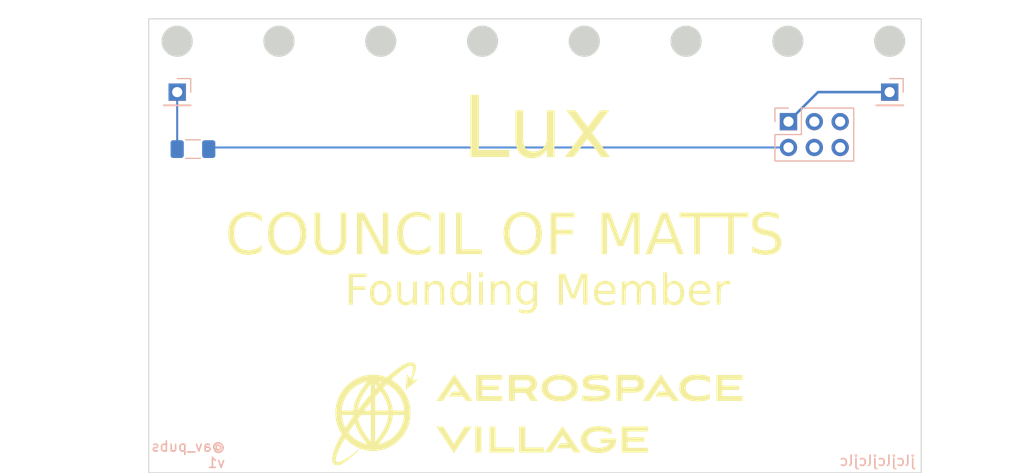
<source format=kicad_pcb>
(kicad_pcb (version 20220621) (generator pcbnew)
  (layers (0 "F.Cu" signal) (31 "B.Cu" signal) (34 "B.Paste" user) (35 "F.Paste" user) (36 "B.SilkS" user "B.Silkscreen") (37 "F.SilkS" user "F.Silkscreen") (38 "B.Mask" user) (39 "F.Mask" user) (44 "Edge.Cuts" user))
  (net 0 "")
  (footprint "Connector_PinHeader_2.54mm:PinHeader_2x03_P2.54mm_Vertical" (layer "B.Cu") (at 128.06 68.9 -90)
    (fp_text reference "REF**" hide)
    (fp_text value "PinHeader_2x03_P2.54mm_Vertical")
  )
  (footprint "Connector_PinHeader_2.54mm:PinHeader_1x01_P2.54mm_Vertical" (layer "B.Cu") (at 68 66 180)
    (fp_text reference "REF**" hide)
    (fp_text value "PinHeader_1x01_P2.54mm_Vertical")
  )
  (footprint "Resistor_SMD:R_1206_3216Metric_Pad1.30x1.75mm_HandSolder" (layer "B.Cu") (at 69.55 71.6 180)
    (fp_text reference "REF**" hide)
    (fp_text value "R_1206_3216Metric_Pad1.30x1.75mm_HandSolder")
  )
  (footprint "Connector_PinHeader_2.54mm:PinHeader_1x01_P2.54mm_Vertical" (layer "B.Cu") (at 138 66 180)
    (fp_text reference "REF**" hide)
    (fp_text value "PinHeader_1x01_P2.54mm_Vertical")
  )
  (gr_poly (pts (xy 85.964983 97.803052) (xy 85.894623 97.897778) (xy 85.824683 97.9928) (xy 85.755216 98.08805) (xy 85.75385 98.082507) (xy 85.720527 97.897981) (xy 85.720331 97.896716) (xy 85.720165 97.895517) (xy 85.699268 97.708614) (xy 86.035764 97.708614)) (stroke (width 0.04)) (fill solid) (layer "F.SilkS"))
  (gr_poly (pts (xy 112.975377 93.807647) (xy 113.03898 93.81158) (xy 113.100014 93.818016) (xy 113.15851 93.826858) (xy 113.214502 93.838009) (xy 113.268022 93.851371) (xy 113.319103 93.866848) (xy 113.367777 93.884342) (xy 113.414078 93.903756) (xy 113.458039 93.924993) (xy 113.499691 93.947956) (xy 113.539068 93.972547) (xy 113.576203 93.998669) (xy 113.611128 94.026225) (xy 113.643876 94.055119) (xy 113.674479 94.085252) (xy 113.702971 94.116528) (xy 113.729385 94.148849) (xy 113.753752 94.182118) (xy 113.776106 94.216238) (xy 113.79648 94.251112) (xy 113.814905 94.286643) (xy 113.831416 94.322733) (xy 113.846045 94.359286) (xy 113.858824 94.396203) (xy 113.869786 94.433389) (xy 113.878964 94.470745) (xy 113.886391 94.508175) (xy 113.896122 94.582866) (xy 113.899241 94.656686) (xy 113.896035 94.730558) (xy 113.886239 94.805401) (xy 113.869589 94.880422) (xy 113.84582 94.95483) (xy 113.81467 95.027833) (xy 113.796243 95.06356) (xy 113.775872 95.09864) (xy 113.753523 95.132973) (xy 113.729163 95.16646) (xy 113.70276 95.199002) (xy 113.674279 95.230501) (xy 113.643689 95.260857) (xy 113.610955 95.289971) (xy 113.576046 95.317746) (xy 113.538927 95.34408) (xy 113.499566 95.368877) (xy 113.45793 95.392036) (xy 113.413986 95.413459) (xy 113.367701 95.433048) (xy 113.319042 95.450702) (xy 113.267975 95.466323) (xy 113.214468 95.479812) (xy 113.158487 95.491071) (xy 113.1 95.5) (xy 113.038974 95.5065) (xy 112.975375 95.510473) (xy 112.90917 95.511819) (xy 111.728599 95.511819) (xy 111.728599 96.317211) (xy 111.183558 96.317211) (xy 111.183558 95.036627) (xy 111.729129 95.036627) (xy 112.794339 95.036627) (xy 112.834999 95.036019) (xy 112.873572 95.034227) (xy 112.910111 95.031294) (xy 112.944666 95.027269) (xy 112.977291 95.022195) (xy 113.008038 95.01612) (xy 113.036958 95.009089) (xy 113.064105 95.001148) (xy 113.089531 94.992343) (xy 113.113287 94.982719) (xy 113.135426 94.972323) (xy 113.155999 94.961199) (xy 113.175061 94.949395) (xy 113.192661 94.936956) (xy 113.208854 94.923927) (xy 113.22369 94.910355) (xy 113.237223 94.896285) (xy 113.249504 94.881763) (xy 113.260586 94.866836) (xy 113.270521 94.851548) (xy 113.279361 94.835946) (xy 113.287158 94.820075) (xy 113.293964 94.803982) (xy 113.299833 94.787712) (xy 113.304815 94.771311) (xy 113.308964 94.754825) (xy 113.314969 94.72178) (xy 113.318266 94.688945) (xy 113.319272 94.656686) (xy 113.318266 94.625265) (xy 113.314969 94.593163) (xy 113.308964 94.560754) (xy 113.299833 94.528412) (xy 113.287158 94.496511) (xy 113.270521 94.465423) (xy 113.260586 94.450301) (xy 113.249504 94.435523) (xy 113.237223 94.421135) (xy 113.22369 94.407184) (xy 113.208854 94.393716) (xy 113.192661 94.380779) (xy 113.175061 94.368419) (xy 113.155999 94.356683) (xy 113.135426 94.345618) (xy 113.113287 94.335269) (xy 113.089531 94.325685) (xy 113.064105 94.316911) (xy 113.036958 94.308994) (xy 113.008038 94.301982) (xy 112.977291 94.29592) (xy 112.944666 94.290856) (xy 112.910111 94.286835) (xy 112.873572 94.283906) (xy 112.834999 94.282114) (xy 112.794339 94.281506) (xy 111.729129 94.281506) (xy 111.729129 95.036627) (xy 111.183558 95.036627) (xy 111.183558 93.806315) (xy 112.90917 93.806315)) (stroke (width 0.04)) (fill solid) (layer "F.SilkS"))
  (gr_poly (pts (xy 102.175025 100.926252) (xy 104.005413 100.926252) (xy 104.005413 101.396153) (xy 101.629983 101.396153) (xy 101.629983 98.885256) (xy 102.175025 98.885256)) (stroke (width 0.04)) (fill solid) (layer "F.SilkS"))
  (gr_poly (pts (xy 96.982842 96.317211) (xy 96.372713 96.317211) (xy 96.092254 95.891761) (xy 94.725946 95.891761) (xy 95.018575 95.446731) (xy 95.802271 95.446731) (xy 95.242413 94.591598) (xy 94.682025 95.446731) (xy 94.682554 95.446731) (xy 94.389925 95.891761) (xy 94.38675 95.891761) (xy 94.111583 96.317211) (xy 93.501454 96.317211) (xy 95.242413 93.766098)) (stroke (width 0.04)) (fill solid) (layer "F.SilkS"))
  (gr_poly (pts (xy 109.501694 98.846205) (xy 109.589622 98.849679) (xy 109.676654 98.855424) (xy 109.762695 98.863403) (xy 109.847651 98.873581) (xy 109.931427 98.885921) (xy 110.013929 98.900386) (xy 110.095062 98.91694) (xy 110.174731 98.935547) (xy 110.252842 98.95617) (xy 110.329301 98.978772) (xy 110.404013 99.003318) (xy 110.476883 99.029771) (xy 110.547816 99.058094) (xy 110.616719 99.088251) (xy 110.683496 99.120206) (xy 110.683496 99.605452) (xy 110.550297 99.545158) (xy 110.412447 99.488919) (xy 110.341502 99.462705) (xy 110.269065 99.437964) (xy 110.195024 99.414852) (xy 110.119271 99.393521) (xy 110.041694 99.374124) (xy 109.962184 99.356816) (xy 109.880631 99.341749) (xy 109.796925 99.329078) (xy 109.710955 99.318955) (xy 109.622612 99.311535) (xy 109.531785 99.30697) (xy 109.438365 99.305414) (xy 109.341155 99.307648) (xy 109.241611 99.314603) (xy 109.140919 99.326661) (xy 109.040267 99.344201) (xy 108.940843 99.367604) (xy 108.891963 99.381623) (xy 108.843834 99.39725) (xy 108.796607 99.414534) (xy 108.750429 99.433522) (xy 108.705448 99.454261) (xy 108.661813 99.476798) (xy 108.619673 99.501182) (xy 108.579176 99.52746) (xy 108.54047 99.555679) (xy 108.503704 99.585888) (xy 108.469026 99.618133) (xy 108.436585 99.652463) (xy 108.406529 99.688924) (xy 108.379006 99.727565) (xy 108.354166 99.768433) (xy 108.332156 99.811576) (xy 108.313125 99.85704) (xy 108.297221 99.904874) (xy 108.284593 99.955126) (xy 108.275389 100.007843) (xy 108.269758 100.063071) (xy 108.267848 100.12086) (xy 108.269288 100.170369) (xy 108.273568 100.218574) (xy 108.280631 100.265456) (xy 108.290417 100.311) (xy 108.302869 100.355186) (xy 108.317927 100.397998) (xy 108.335534 100.439418) (xy 108.355632 100.479428) (xy 108.37816 100.518012) (xy 108.403062 100.555151) (xy 108.430279 100.590827) (xy 108.459752 100.625024) (xy 108.491423 100.657724) (xy 108.525234 100.688909) (xy 108.561126 100.718562) (xy 108.59904 100.746665) (xy 108.638918 100.773201) (xy 108.680703 100.798152) (xy 108.769755 100.843229) (xy 108.86573 100.881756) (xy 108.968159 100.913592) (xy 109.076575 100.938598) (xy 109.190512 100.956634) (xy 109.309501 100.967558) (xy 109.433075 100.97123) (xy 109.507382 100.969839) (xy 109.583633 100.965512) (xy 109.661188 100.958013) (xy 109.739412 100.947112) (xy 109.817667 100.932573) (xy 109.895316 100.914164) (xy 109.971722 100.891651) (xy 110.046247 100.864802) (xy 110.082605 100.849678) (xy 110.118254 100.833382) (xy 110.153114 100.815885) (xy 110.187106 100.797158) (xy 110.22015 100.777172) (xy 110.252167 100.755898) (xy 110.283076 100.733306) (xy 110.312798 100.709367) (xy 110.341254 100.684053) (xy 110.368363 100.657333) (xy 110.394047 100.629179) (xy 110.418224 100.599562) (xy 110.440817 100.568453) (xy 110.461745 100.535821) (xy 110.480928 100.501639) (xy 110.498288 100.465876) (xy 109.633098 100.465876) (xy 109.633098 100.060534) (xy 111.108415 100.060534) (xy 111.108642 100.076794) (xy 111.109242 100.092185) (xy 111.11106 100.122447) (xy 111.112031 100.138359) (xy 111.112879 100.155487) (xy 111.113478 100.174351) (xy 111.113705 100.195472) (xy 111.111367 100.270804) (xy 111.104439 100.343896) (xy 111.093051 100.414739) (xy 111.07733 100.483323) (xy 111.057408 100.549638) (xy 111.033411 100.613673) (xy 111.005471 100.675419) (xy 110.973716 100.734866) (xy 110.938275 100.792004) (xy 110.899277 100.846823) (xy 110.856852 100.899313) (xy 110.811129 100.949463) (xy 110.762236 100.997264) (xy 110.710303 101.042707) (xy 110.65546 101.08578) (xy 110.597834 101.126474) (xy 110.474755 101.200686) (xy 110.342099 101.265262) (xy 110.2009 101.320122) (xy 110.05219 101.365187) (xy 109.897003 101.400376) (xy 109.736372 101.42561) (xy 109.57133 101.440809) (xy 109.402911 101.445893) (xy 109.317479 101.444533) (xy 109.232815 101.440463) (xy 109.149049 101.433699) (xy 109.066306 101.424256) (xy 108.984715 101.41215) (xy 108.904403 101.397397) (xy 108.825497 101.380012) (xy 108.748125 101.360011) (xy 108.672414 101.337409) (xy 108.598491 101.312222) (xy 108.526485 101.284466) (xy 108.456522 101.254156) (xy 108.388729 101.221308) (xy 108.323235 101.185937) (xy 108.260167 101.148059) (xy 108.199651 101.10769) (xy 108.141816 101.064844) (xy 108.086789 101.019539) (xy 108.034698 100.971789) (xy 107.985669 100.92161) (xy 107.93983 100.869018) (xy 107.897308 100.814027) (xy 107.858232 100.756655) (xy 107.822728 100.696916) (xy 107.790923 100.634826) (xy 107.762946 100.5704) (xy 107.738924 100.503655) (xy 107.718983 100.434605) (xy 107.703252 100.363267) (xy 107.691858 100.289656) (xy 107.684928 100.213787) (xy 107.68259 100.135677) (xy 107.685069 100.054084) (xy 107.692407 99.97529) (xy 107.704449 99.899281) (xy 107.721043 99.826043) (xy 107.742036 99.755563) (xy 107.767275 99.687826) (xy 107.796607 99.62282) (xy 107.82988 99.560531) (xy 107.86694 99.500944) (xy 107.907634 99.444047) (xy 107.95181 99.389825) (xy 107.999314 99.338265) (xy 108.049995 99.289354) (xy 108.103698 99.243077) (xy 108.160271 99.199421) (xy 108.219561 99.158372) (xy 108.345682 99.084042) (xy 108.480835 99.019978) (xy 108.6238 98.966069) (xy 108.773351 98.922207) (xy 108.928267 98.888282) (xy 109.087323 98.864186) (xy 109.249297 98.849808) (xy 109.412965 98.845039)) (stroke (width 0.04)) (fill solid) (layer "F.SilkS"))
  (gr_poly (pts (xy 117.271091 96.317211) (xy 116.66096 96.317211) (xy 116.380502 95.891761) (xy 115.008903 95.891761) (xy 115.30153 95.446731) (xy 116.09052 95.446731) (xy 115.530661 94.591598) (xy 114.400361 96.317211) (xy 113.789702 96.317211) (xy 115.530661 93.766098)) (stroke (width 0.04)) (fill solid) (layer "F.SilkS"))
  (gr_poly (pts (xy 97.858083 101.396153) (xy 97.313041 101.396153) (xy 97.313041 98.885256) (xy 97.858083 98.885256)) (stroke (width 0.04)) (fill solid) (layer "F.SilkS"))
  (gr_poly (pts (xy 95.192142 100.585998) (xy 96.252592 98.885256) (xy 96.892884 98.885256) (xy 95.192142 101.446422) (xy 93.501454 98.885256) (xy 94.147038 98.885256)) (stroke (width 0.04)) (fill solid) (layer "F.SilkS"))
  (gr_poly (pts (xy 102.395747 93.807676) (xy 102.459351 93.811693) (xy 102.520384 93.818265) (xy 102.578881 93.82729) (xy 102.634874 93.838669) (xy 102.688395 93.852299) (xy 102.739478 93.868081) (xy 102.788155 93.885913) (xy 102.83446 93.905695) (xy 102.878425 93.927325) (xy 102.920083 93.950703) (xy 102.959466 93.975728) (xy 102.996608 94.002299) (xy 103.031542 94.030315) (xy 103.0643 94.059675) (xy 103.094915 94.090279) (xy 103.12342 94.122025) (xy 103.149849 94.154813) (xy 103.174232 94.188542) (xy 103.196605 94.223111) (xy 103.216999 94.258419) (xy 103.235447 94.294365) (xy 103.251983 94.330849) (xy 103.266638 94.367769) (xy 103.279446 94.405025) (xy 103.29044 94.442515) (xy 103.307116 94.517797) (xy 103.316929 94.592808) (xy 103.320141 94.66674) (xy 103.318368 94.724137) (xy 103.312973 94.78183) (xy 103.303845 94.839515) (xy 103.290872 94.896894) (xy 103.273943 94.953666) (xy 103.26396 94.981729) (xy 103.252946 95.009528) (xy 103.240887 95.037025) (xy 103.227769 95.064182) (xy 103.213578 95.090961) (xy 103.198301 95.117325) (xy 103.181923 95.143237) (xy 103.16443 95.168658) (xy 103.145809 95.193551) (xy 103.126045 95.217879) (xy 103.105125 95.241604) (xy 103.083034 95.264688) (xy 103.059758 95.287094) (xy 103.035285 95.308784) (xy 103.009599 95.329721) (xy 102.982686 95.349867) (xy 102.954534 95.369184) (xy 102.925127 95.387634) (xy 102.894452 95.405181) (xy 102.862495 95.421787) (xy 102.829242 95.437413) (xy 102.794679 95.452023) (xy 103.374644 96.317211) (xy 102.764515 96.317211) (xy 102.23429 95.531927) (xy 101.159023 95.531927) (xy 101.159023 96.317211) (xy 100.613982 96.317211) (xy 100.613982 95.051444) (xy 101.159554 95.051444) (xy 102.250168 95.051444) (xy 102.288061 95.050851) (xy 102.323985 95.0491) (xy 102.357992 95.046234) (xy 102.390131 95.042293) (xy 102.420452 95.037321) (xy 102.449005 95.031359) (xy 102.475841 95.02445) (xy 102.50101 95.016635) (xy 102.524562 95.007956) (xy 102.546547 94.998456) (xy 102.567016 94.988177) (xy 102.586018 94.97716) (xy 102.603604 94.965448) (xy 102.619824 94.953083) (xy 102.634728 94.940106) (xy 102.648366 94.926561) (xy 102.660789 94.912488) (xy 102.672047 94.89793) (xy 102.68219 94.882929) (xy 102.691268 94.867528) (xy 102.699331 94.851767) (xy 102.70643 94.83569) (xy 102.712615 94.819337) (xy 102.717935 94.802752) (xy 102.722442 94.785977) (xy 102.726184 94.769052) (xy 102.73158 94.734926) (xy 102.734522 94.70071) (xy 102.735414 94.66674) (xy 102.734522 94.635319) (xy 102.73158 94.603217) (xy 102.726184 94.570809) (xy 102.717935 94.538467) (xy 102.70643 94.506565) (xy 102.699331 94.490896) (xy 102.691268 94.475477) (xy 102.68219 94.460355) (xy 102.672047 94.445577) (xy 102.660789 94.431189) (xy 102.648366 94.417238) (xy 102.634727 94.40377) (xy 102.619823 94.390834) (xy 102.603603 94.378474) (xy 102.586017 94.366738) (xy 102.567015 94.355672) (xy 102.546546 94.345324) (xy 102.524561 94.335739) (xy 102.501009 94.326965) (xy 102.47584 94.319049) (xy 102.449004 94.312036) (xy 102.420451 94.305974) (xy 102.39013 94.30091) (xy 102.357992 94.29689) (xy 102.323985 94.29396) (xy 102.288061 94.292168) (xy 102.250168 94.291561) (xy 101.159554 94.291561) (xy 101.159554 95.051444) (xy 100.613982 95.051444) (xy 100.613982 93.806315) (xy 102.329541 93.806315)) (stroke (width 0.04)) (fill solid) (layer "F.SilkS"))
  (gr_poly (pts (xy 84.194193 99.603498) (xy 84.216151 99.635969) (xy 84.240715 99.671483) (xy 84.265675 99.706691) (xy 84.291064 99.741565) (xy 84.317734 99.777241) (xy 84.344818 99.812577) (xy 84.37231 99.847573) (xy 84.400205 99.882228) (xy 84.42162 99.908082) (xy 84.443369 99.933635) (xy 84.465343 99.958988) (xy 84.487435 99.984238) (xy 84.470557 100.012116) (xy 84.453473 100.039888) (xy 84.436447 100.067689) (xy 84.419739 100.095652) (xy 84.285178 100.329747) (xy 84.15369 100.565039) (xy 84.089812 100.68338) (xy 84.027559 100.802316) (xy 83.967217 100.921944) (xy 83.909072 101.042364) (xy 83.853257 101.163083) (xy 83.799492 101.284914) (xy 83.74863 101.407526) (xy 83.701527 101.530592) (xy 83.659038 101.653782) (xy 83.639791 101.71532) (xy 83.622018 101.776766) (xy 83.605825 101.838079) (xy 83.59132 101.899217) (xy 83.57861 101.96014) (xy 83.567801 102.020805) (xy 83.564567 102.05027) (xy 83.562065 102.079427) (xy 83.560382 102.108122) (xy 83.559605 102.136202) (xy 83.55982 102.163512) (xy 83.560327 102.176831) (xy 83.561114 102.1899) (xy 83.562193 102.2027) (xy 83.563573 102.215212) (xy 83.565267 102.227416) (xy 83.567284 102.239294) (xy 83.570034 102.250728) (xy 83.572937 102.261438) (xy 83.576011 102.271455) (xy 83.579274 102.280812) (xy 83.582745 102.289539) (xy 83.586441 102.297669) (xy 83.588379 102.301519) (xy 83.59038 102.305233) (xy 83.592446 102.308812) (xy 83.59458 102.312263) (xy 83.596783 102.315587) (xy 83.599059 102.31879) (xy 83.601408 102.321876) (xy 83.603835 102.324848) (xy 83.60634 102.32771) (xy 83.608926 102.330466) (xy 83.611595 102.333121) (xy 83.61435 102.335677) (xy 83.617192 102.33814) (xy 83.620125 102.340513) (xy 83.623149 102.3428) (xy 83.626268 102.345005) (xy 83.632799 102.349185) (xy 83.639734 102.353085) (xy 83.647548 102.356856) (xy 83.656077 102.360229) (xy 83.665282 102.363207) (xy 83.675121 102.365787) (xy 83.685552 102.367971) (xy 83.696535 102.369758) (xy 83.708028 102.371148) (xy 83.71999 102.372141) (xy 83.73238 102.372738) (xy 83.745157 102.372938) (xy 83.758279 102.37274) (xy 83.771705 102.372146) (xy 83.785395 102.371154) (xy 83.799306 102.369766) (xy 83.813398 102.36798) (xy 83.82763 102.365797) (xy 83.856413 102.360654) (xy 83.88557 102.354408) (xy 83.915032 102.347146) (xy 83.944735 102.338955) (xy 83.974611 102.32992) (xy 84.004595 102.320129) (xy 84.034619 102.309666) (xy 84.064618 102.298618) (xy 84.124859 102.274036) (xy 84.184741 102.247788) (xy 84.244273 102.219981) (xy 84.303468 102.190724) (xy 84.362335 102.160123) (xy 84.420885 102.128288) (xy 84.537077 102.061345) (xy 84.652128 101.990755) (xy 84.766122 101.917381) (xy 84.879144 101.842086) (xy 84.99128 101.765731) (xy 85.102258 101.686689) (xy 85.212558 101.606377) (xy 85.322199 101.524873) (xy 85.431201 101.442251) (xy 85.647364 101.273957) (xy 85.861201 101.102102) (xy 85.767273 101.20234) (xy 85.672341 101.301749) (xy 85.576295 101.400191) (xy 85.47902 101.49753) (xy 85.380407 101.593629) (xy 85.280342 101.68835) (xy 85.178713 101.781557) (xy 85.075409 101.873114) (xy 85.023365 101.918548) (xy 84.9708 101.963536) (xy 84.91769 102.008028) (xy 84.864009 102.051975) (xy 84.809733 102.095326) (xy 84.754837 102.138032) (xy 84.699295 102.180043) (xy 84.643084 102.22131) (xy 84.586235 102.262092) (xy 84.528711 102.302191) (xy 84.470381 102.341473) (xy 84.411115 102.3798) (xy 84.350782 102.417035) (xy 84.289252 102.453042) (xy 84.226395 102.487685) (xy 84.16208 102.520827) (xy 84.129147 102.53653) (xy 84.095766 102.551793) (xy 84.061839 102.566474) (xy 84.027266 102.58043) (xy 83.99195 102.593518) (xy 83.95579 102.605595) (xy 83.918689 102.616518) (xy 83.899754 102.621502) (xy 83.880547 102.626144) (xy 83.84166 102.634265) (xy 83.801233 102.641103) (xy 83.780457 102.643826) (xy 83.759316 102.645971) (xy 83.737814 102.64745) (xy 83.715959 102.648178) (xy 83.693757 102.648069) (xy 83.671214 102.647037) (xy 83.648336 102.644996) (xy 83.62513 102.641859) (xy 83.601601 102.63754) (xy 83.577757 102.631954) (xy 83.553604 102.625015) (xy 83.529147 102.616635) (xy 83.517116 102.611672) (xy 83.505227 102.606308) (xy 83.493475 102.600545) (xy 83.481853 102.594385) (xy 83.470355 102.587827) (xy 83.458974 102.580874) (xy 83.447706 102.573526) (xy 83.436543 102.565785) (xy 83.426476 102.557283) (xy 83.416524 102.548476) (xy 83.406697 102.539408) (xy 83.397008 102.530122) (xy 83.387468 102.520662) (xy 83.378088 102.511073) (xy 83.36888 102.501398) (xy 83.359855 102.491681) (xy 83.345605 102.470474) (xy 83.338566 102.459757) (xy 83.331637 102.44898) (xy 83.324858 102.438153) (xy 83.318266 102.427287) (xy 83.3119 102.416394) (xy 83.305801 102.405485) (xy 83.301289 102.394721) (xy 83.296874 102.383871) (xy 83.288308 102.361957) (xy 83.280039 102.339845) (xy 83.272005 102.317635) (xy 83.266498 102.29601) (xy 83.26166 102.274588) (xy 83.257454 102.253361) (xy 83.253846 102.232322) (xy 83.250798 102.211462) (xy 83.248274 102.190775) (xy 83.246238 102.170252) (xy 83.244654 102.149885) (xy 83.242695 102.10959) (xy 83.242109 102.069829) (xy 83.242605 102.03054) (xy 83.243893 101.99166) (xy 83.250802 101.915986) (xy 83.260272 101.841677) (xy 83.272085 101.76861) (xy 83.286026 101.69666) (xy 83.301876 101.625702) (xy 83.31942 101.555611) (xy 83.338439 101.486264) (xy 83.358718 101.417535) (xy 83.37991 101.349407) (xy 83.402146 101.281903) (xy 83.425325 101.214954) (xy 83.449348 101.148493) (xy 83.474115 101.082454) (xy 83.499527 101.01677) (xy 83.551884 100.886198) (xy 83.622417 100.719705) (xy 83.696161 100.555133) (xy 83.772864 100.39234) (xy 83.852275 100.231187) (xy 83.934142 100.071534) (xy 84.018211 99.913242) (xy 84.104231 99.75617) (xy 84.191911 99.600246)) (stroke (width 0.04)) (fill solid) (layer "F.SilkS"))
  (gr_poly (pts (xy 105.58127 93.766098) (xy 105.672591 93.767515) (xy 105.762631 93.771747) (xy 105.851283 93.778765) (xy 105.938442 93.78854) (xy 106.024002 93.801045) (xy 106.107856 93.816251) (xy 106.189898 93.834129) (xy 106.270022 93.854651) (xy 106.348122 93.877788) (xy 106.424093 93.903512) (xy 106.497827 93.931795) (xy 106.569219 93.962607) (xy 106.638163 93.995921) (xy 106.704552 94.031708) (xy 106.768281 94.069939) (xy 106.829244 94.110586) (xy 106.887333 94.15362) (xy 106.942444 94.199014) (xy 106.99447 94.246738) (xy 107.043305 94.296763) (xy 107.088843 94.349063) (xy 107.130977 94.403607) (xy 107.169603 94.460368) (xy 107.204613 94.519317) (xy 107.235901 94.580426) (xy 107.263362 94.643666) (xy 107.28689 94.709008) (xy 107.306377 94.776424) (xy 107.321719 94.845886) (xy 107.332808 94.917365) (xy 107.33954 94.990833) (xy 107.341807 95.066261) (xy 107.339538 95.140804) (xy 107.332803 95.213499) (xy 107.321706 95.284313) (xy 107.306355 95.353211) (xy 107.286857 95.420158) (xy 107.263317 95.485122) (xy 107.235842 95.548068) (xy 107.204538 95.608962) (xy 107.169512 95.667771) (xy 107.130871 95.724459) (xy 107.08872 95.778993) (xy 107.043165 95.83134) (xy 106.994314 95.881464) (xy 106.942273 95.929332) (xy 106.887148 95.974911) (xy 106.829045 96.018165) (xy 106.704333 96.097566) (xy 106.568987 96.167263) (xy 106.423858 96.226984) (xy 106.269799 96.276457) (xy 106.107659 96.315409) (xy 105.93829 96.343569) (xy 105.762544 96.360664) (xy 105.58127 96.366423) (xy 105.490415 96.364979) (xy 105.400782 96.36067) (xy 105.31248 96.353529) (xy 105.225618 96.34359) (xy 105.140305 96.330887) (xy 105.056651 96.315454) (xy 104.974763 96.297324) (xy 104.894752 96.276531) (xy 104.816725 96.253109) (xy 104.740793 96.227091) (xy 104.667064 96.198511) (xy 104.595648 96.167403) (xy 104.526652 96.1338) (xy 104.460187 96.097737) (xy 104.39636 96.059247) (xy 104.335282 96.018364) (xy 104.277061 95.975121) (xy 104.221807 95.929552) (xy 104.169627 95.881691) (xy 104.120632 95.831572) (xy 104.07493 95.779228) (xy 104.03263 95.724693) (xy 103.993841 95.668001) (xy 103.958673 95.609186) (xy 103.927234 95.54828) (xy 103.899633 95.485319) (xy 103.875979 95.420335) (xy 103.856382 95.353363) (xy 103.840949 95.284435) (xy 103.829791 95.213587) (xy 103.823017 95.140851) (xy 103.82075 95.06679) (xy 104.405992 95.06679) (xy 104.407434 95.113605) (xy 104.41172 95.159281) (xy 104.418796 95.203795) (xy 104.428602 95.247125) (xy 104.441084 95.289248) (xy 104.456183 95.33014) (xy 104.473843 95.36978) (xy 104.494007 95.408144) (xy 104.516618 95.445209) (xy 104.54162 95.480954) (xy 104.568955 95.515355) (xy 104.598566 95.548389) (xy 104.630397 95.580033) (xy 104.664391 95.610265) (xy 104.70049 95.639062) (xy 104.738639 95.666402) (xy 104.820856 95.716617) (xy 104.910586 95.760727) (xy 105.007375 95.798551) (xy 105.110767 95.829906) (xy 105.220308 95.854611) (xy 105.335542 95.872482) (xy 105.456014 95.883339) (xy 105.58127 95.886998) (xy 105.644468 95.88608) (xy 105.706527 95.883339) (xy 105.767389 95.878799) (xy 105.826999 95.872482) (xy 105.8853 95.864412) (xy 105.942233 95.854611) (xy 105.997744 95.843101) (xy 106.051774 95.829906) (xy 106.104267 95.815048) (xy 106.155166 95.798551) (xy 106.204415 95.780436) (xy 106.251955 95.760727) (xy 106.297731 95.739446) (xy 106.341685 95.716617) (xy 106.383761 95.692261) (xy 106.423902 95.666402) (xy 106.462051 95.639062) (xy 106.49815 95.610265) (xy 106.532144 95.580033) (xy 106.563975 95.548389) (xy 106.593586 95.515355) (xy 106.620921 95.480954) (xy 106.645923 95.445209) (xy 106.668534 95.408144) (xy 106.688698 95.36978) (xy 106.706358 95.33014) (xy 106.721457 95.289248) (xy 106.733938 95.247125) (xy 106.743745 95.203795) (xy 106.75082 95.159281) (xy 106.755107 95.113605) (xy 106.756549 95.06679) (xy 106.755107 95.019137) (xy 106.75082 94.972729) (xy 106.743745 94.927584) (xy 106.733938 94.88372) (xy 106.721457 94.841154) (xy 106.706358 94.799903) (xy 106.688698 94.759985) (xy 106.668534 94.721418) (xy 106.645923 94.684219) (xy 106.620921 94.648405) (xy 106.593586 94.613995) (xy 106.563975 94.581006) (xy 106.532144 94.549455) (xy 106.49815 94.519359) (xy 106.462051 94.490737) (xy 106.423902 94.463606) (xy 106.341685 94.413887) (xy 106.251955 94.370342) (xy 106.155166 94.333111) (xy 106.051774 94.302334) (xy 105.942233 94.278153) (xy 105.826999 94.260707) (xy 105.706527 94.250136) (xy 105.58127 94.246582) (xy 105.518073 94.247473) (xy 105.456014 94.250136) (xy 105.395152 94.254553) (xy 105.335542 94.260707) (xy 105.277242 94.268579) (xy 105.220308 94.278153) (xy 105.164797 94.289411) (xy 105.110767 94.302334) (xy 105.058274 94.316907) (xy 105.007375 94.333111) (xy 104.958127 94.350928) (xy 104.910586 94.370342) (xy 104.86481 94.391334) (xy 104.820856 94.413887) (xy 104.77878 94.437984) (xy 104.738639 94.463606) (xy 104.70049 94.490737) (xy 104.664391 94.519359) (xy 104.630397 94.549455) (xy 104.598566 94.581006) (xy 104.568955 94.613995) (xy 104.54162 94.648405) (xy 104.516618 94.684219) (xy 104.494007 94.721418) (xy 104.473843 94.759985) (xy 104.456183 94.799903) (xy 104.441084 94.841154) (xy 104.428602 94.88372) (xy 104.418796 94.927584) (xy 104.41172 94.972729) (xy 104.407434 95.019137) (xy 104.405992 95.06679) (xy 103.82075 95.06679) (xy 103.820734 95.066261) (xy 103.823017 94.990833) (xy 103.829791 94.917365) (xy 103.840949 94.845886) (xy 103.856382 94.776424) (xy 103.875979 94.709008) (xy 103.899633 94.643666) (xy 103.927234 94.580426) (xy 103.958673 94.519317) (xy 103.993841 94.460368) (xy 104.03263 94.403607) (xy 104.07493 94.349063) (xy 104.120632 94.296763) (xy 104.169627 94.246738) (xy 104.221807 94.199014) (xy 104.277061 94.15362) (xy 104.335282 94.110586) (xy 104.460187 94.031708) (xy 104.595648 93.962607) (xy 104.740793 93.903512) (xy 104.894752 93.854651) (xy 105.056651 93.816251) (xy 105.225618 93.78854) (xy 105.400782 93.771747) (xy 105.58127 93.766098)) (stroke (width 0.04)) (fill solid) (layer "F.SilkS"))
  (gr_poly (pts (xy 119.250511 93.766451) (xy 119.332131 93.7691) (xy 119.41202 93.773525) (xy 119.490242 93.779732) (xy 119.56686 93.787728) (xy 119.64194 93.79752) (xy 119.715546 93.809115) (xy 119.787741 93.82252) (xy 119.858591 93.837742) (xy 119.92816 93.854788) (xy 119.996511 93.873665) (xy 120.06371 93.89438) (xy 120.129821 93.916939) (xy 120.194908 93.94135) (xy 120.259035 93.967621) (xy 120.322267 93.995756) (xy 120.322267 94.511165) (xy 120.274432 94.48424) (xy 120.223055 94.45794) (xy 120.168216 94.432418) (xy 120.109996 94.407829) (xy 120.048473 94.384324) (xy 119.983728 94.362058) (xy 119.915841 94.341184) (xy 119.844891 94.321856) (xy 119.770959 94.304226) (xy 119.694123 94.28845) (xy 119.614464 94.274679) (xy 119.532062 94.263068) (xy 119.446997 94.253771) (xy 119.359348 94.246939) (xy 119.269195 94.242728) (xy 119.176619 94.24129) (xy 119.104868 94.242195) (xy 119.034989 94.244898) (xy 118.967008 94.249379) (xy 118.900952 94.25562) (xy 118.836847 94.2636) (xy 118.77472 94.273301) (xy 118.714598 94.284703) (xy 118.656508 94.297787) (xy 118.600475 94.312533) (xy 118.546527 94.328923) (xy 118.49469 94.346938) (xy 118.444991 94.366557) (xy 118.397457 94.387761) (xy 118.352114 94.410532) (xy 118.308989 94.43485) (xy 118.268108 94.460696) (xy 118.229499 94.48805) (xy 118.193187 94.516893) (xy 118.1592 94.547206) (xy 118.127564 94.57897) (xy 118.098306 94.612164) (xy 118.071452 94.646771) (xy 118.047029 94.682771) (xy 118.025064 94.720144) (xy 118.005583 94.758872) (xy 117.988613 94.798934) (xy 117.974181 94.840312) (xy 117.962313 94.882986) (xy 117.953036 94.926937) (xy 117.946376 94.972146) (xy 117.942361 95.018594) (xy 117.941017 95.066261) (xy 117.942347 95.113976) (xy 117.946322 95.160468) (xy 117.952922 95.205719) (xy 117.962125 95.24971) (xy 117.97391 95.292421) (xy 117.988257 95.333833) (xy 118.005144 95.373926) (xy 118.024551 95.412683) (xy 118.046456 95.450083) (xy 118.070838 95.486107) (xy 118.097676 95.520736) (xy 118.12695 95.553952) (xy 118.158637 95.585734) (xy 118.192718 95.616063) (xy 118.229171 95.644921) (xy 118.267976 95.672289) (xy 118.352553 95.722474) (xy 118.446283 95.766466) (xy 118.548997 95.804111) (xy 118.660526 95.835255) (xy 118.780704 95.859746) (xy 118.90936 95.87743) (xy 119.046328 95.888152) (xy 119.191438 95.891761) (xy 119.27997 95.890494) (xy 119.367213 95.886787) (xy 119.452932 95.88078) (xy 119.536892 95.872611) (xy 119.618859 95.862421) (xy 119.698597 95.850349) (xy 119.775872 95.836534) (xy 119.850448 95.821117) (xy 119.922091 95.804236) (xy 119.990567 95.78603) (xy 120.055639 95.766641) (xy 120.117074 95.746207) (xy 120.174635 95.724867) (xy 120.22809 95.702761) (xy 120.277202 95.680029) (xy 120.321736 95.65681) (xy 120.321736 96.142585) (xy 120.258452 96.16979) (xy 120.194182 96.195245) (xy 120.128883 96.218949) (xy 120.062511 96.240903) (xy 119.995022 96.261105) (xy 119.926374 96.279554) (xy 119.856523 96.29625) (xy 119.785425 96.311191) (xy 119.713038 96.324378) (xy 119.639317 96.335809) (xy 119.56422 96.345483) (xy 119.487703 96.353401) (xy 119.409722 96.35956) (xy 119.330235 96.36396) (xy 119.249197 96.366601) (xy 119.166566 96.367481) (xy 119.063277 96.366121) (xy 118.962497 96.362054) (xy 118.864277 96.355295) (xy 118.768667 96.345863) (xy 118.675717 96.333775) (xy 118.585479 96.319048) (xy 118.498003 96.3017) (xy 118.413338 96.281748) (xy 118.331536 96.259209) (xy 118.252648 96.234101) (xy 118.176722 96.206441) (xy 118.103811 96.176246) (xy 118.033965 96.143535) (xy 117.967233 96.108323) (xy 117.903667 96.070628) (xy 117.843317 96.030468) (xy 117.786234 95.987861) (xy 117.732467 95.942822) (xy 117.682068 95.895371) (xy 117.635087 95.845524) (xy 117.591574 95.793298) (xy 117.55158 95.738711) (xy 117.515156 95.68178) (xy 117.482351 95.622522) (xy 117.453216 95.560956) (xy 117.427803 95.497097) (xy 117.40616 95.430964) (xy 117.38834 95.362574) (xy 117.374392 95.291944) (xy 117.364366 95.219092) (xy 117.358314 95.144035) (xy 117.356285 95.06679) (xy 117.356288 95.06679) (xy 117.358317 94.989545) (xy 117.364369 94.914487) (xy 117.374395 94.841634) (xy 117.388344 94.771004) (xy 117.406165 94.702613) (xy 117.427809 94.636479) (xy 117.453225 94.572618) (xy 117.482362 94.511049) (xy 117.51517 94.451788) (xy 117.551599 94.394853) (xy 117.591598 94.34026) (xy 117.635117 94.288028) (xy 117.682106 94.238173) (xy 117.732513 94.190713) (xy 117.78629 94.145664) (xy 117.843385 94.103045) (xy 117.903748 94.062872) (xy 117.967329 94.025163) (xy 118.034077 93.989934) (xy 118.103941 93.957204) (xy 118.25282 93.899306) (xy 118.413561 93.851608) (xy 118.585763 93.814247) (xy 118.769021 93.787362) (xy 118.962932 93.77109) (xy 119.167094 93.765569)) (stroke (width 0.04)) (fill solid) (layer "F.SilkS"))
  (gr_poly (pts (xy 109.287952 93.766953) (xy 109.381758 93.769415) (xy 109.47387 93.773329) (xy 109.563904 93.778542) (xy 109.736215 93.792245) (xy 109.895634 93.809291) (xy 110.039103 93.828446) (xy 110.163566 93.848474) (xy 110.265964 93.868144) (xy 110.343242 93.886219) (xy 110.318373 94.341302) (xy 110.228036 94.317454) (xy 110.126202 94.295075) (xy 110.013033 94.274692) (xy 109.888689 94.256834) (xy 109.753332 94.242027) (xy 109.607123 94.230797) (xy 109.450222 94.223673) (xy 109.282793 94.221182) (xy 109.200297 94.221806) (xy 109.118348 94.22382) (xy 109.037605 94.227436) (xy 108.958727 94.232865) (xy 108.882373 94.240318) (xy 108.809202 94.250008) (xy 108.739873 94.262145) (xy 108.706854 94.269198) (xy 108.675044 94.276942) (xy 108.644523 94.285404) (xy 108.615374 94.294611) (xy 108.58768 94.304588) (xy 108.561522 94.315362) (xy 108.536984 94.32696) (xy 108.514148 94.339407) (xy 108.493096 94.352731) (xy 108.47391 94.366959) (xy 108.456672 94.382115) (xy 108.441466 94.398228) (xy 108.428374 94.415322) (xy 108.417477 94.433426) (xy 108.408858 94.452565) (xy 108.4026 94.472765) (xy 108.398784 94.494054) (xy 108.397494 94.516457) (xy 108.397497 94.516457) (xy 108.403668 94.561913) (xy 108.421655 94.601113) (xy 108.45067 94.6346) (xy 108.489925 94.662916) (xy 108.538633 94.686604) (xy 108.596005 94.706208) (xy 108.661255 94.72227) (xy 108.733593 94.735333) (xy 108.896385 94.754636) (xy 109.07808 94.76846) (xy 109.472964 94.797047) (xy 109.673547 94.820498) (xy 109.867822 94.855847) (xy 109.960624 94.879339) (xy 110.049486 94.907436) (xy 110.133618 94.940678) (xy 110.212235 94.97961) (xy 110.284546 95.024773) (xy 110.349766 95.076712) (xy 110.407106 95.135969) (xy 110.455778 95.203087) (xy 110.494995 95.27861) (xy 110.523967 95.363079) (xy 110.541909 95.457039) (xy 110.548031 95.561031) (xy 110.545873 95.624518) (xy 110.539492 95.684662) (xy 110.529033 95.741551) (xy 110.514639 95.795272) (xy 110.496455 95.845912) (xy 110.474623 95.893558) (xy 110.449288 95.938296) (xy 110.420593 95.980214) (xy 110.388682 96.019399) (xy 110.353699 96.055938) (xy 110.315787 96.089918) (xy 110.27509 96.121425) (xy 110.231752 96.150548) (xy 110.185916 96.177372) (xy 110.087326 96.224474) (xy 109.98047 96.263428) (xy 109.866497 96.29493) (xy 109.746558 96.319675) (xy 109.6218 96.338361) (xy 109.493375 96.351682) (xy 109.362432 96.360336) (xy 109.230119 96.365017) (xy 109.097587 96.366423) (xy 108.934215 96.364591) (xy 108.768016 96.359205) (xy 108.600873 96.350433) (xy 108.434674 96.338443) (xy 108.271302 96.323402) (xy 108.112643 96.305478) (xy 107.960582 96.284837) (xy 107.817004 96.261648) (xy 107.837112 95.806565) (xy 107.984302 95.831296) (xy 108.129997 95.85271) (xy 108.275085 95.870812) (xy 108.420451 95.885609) (xy 108.566984 95.897107) (xy 108.715569 95.905312) (xy 108.867093 95.910231) (xy 109.022444 95.911869) (xy 109.119285 95.911125) (xy 109.214332 95.90875) (xy 109.306972 95.904523) (xy 109.39659 95.898226) (xy 109.482571 95.889641) (xy 109.5643 95.87855) (xy 109.641163 95.864733) (xy 109.677577 95.856734) (xy 109.712544 95.847972) (xy 109.745987 95.838419) (xy 109.77783 95.828048) (xy 109.807995 95.816832) (xy 109.836405 95.804744) (xy 109.862984 95.791755) (xy 109.887655 95.777839) (xy 109.910341 95.762969) (xy 109.930966 95.747116) (xy 109.949451 95.730254) (xy 109.965722 95.712356) (xy 109.979699 95.693394) (xy 109.991308 95.673341) (xy 110.000471 95.652169) (xy 110.007111 95.629851) (xy 110.011151 95.60636) (xy 110.012515 95.581669) (xy 110.006332 95.532184) (xy 109.98831 95.489326) (xy 109.959238 95.452541) (xy 109.919905 95.421275) (xy 109.8711 95.394972) (xy 109.813613 95.37308) (xy 109.748233 95.355045) (xy 109.67575 95.340311) (xy 109.512629 95.318533) (xy 109.330565 95.303314) (xy 108.934866 95.274818) (xy 108.733859 95.252676) (xy 108.539167 95.21936) (xy 108.446162 95.197127) (xy 108.357103 95.170438) (xy 108.27278 95.138738) (xy 108.193983 95.101475) (xy 108.121499 95.058093) (xy 108.056119 95.00804) (xy 107.998632 94.950759) (xy 107.949828 94.885698) (xy 107.910495 94.812302) (xy 107.881422 94.730017) (xy 107.8634 94.63829) (xy 107.857217 94.536565) (xy 107.859445 94.474482) (xy 107.866008 94.415768) (xy 107.876728 94.36033) (xy 107.891427 94.308078) (xy 107.909926 94.25892) (xy 107.932045 94.212764) (xy 107.957607 94.169517) (xy 107.986433 94.12909) (xy 108.018344 94.091389) (xy 108.053161 94.056324) (xy 108.090706 94.023802) (xy 108.130801 93.993733) (xy 108.173265 93.966023) (xy 108.217921 93.940583) (xy 108.313094 93.896141) (xy 108.41489 93.859674) (xy 108.52188 93.830448) (xy 108.632633 93.80773) (xy 108.745721 93.790787) (xy 108.859715 93.778886) (xy 108.973185 93.771293) (xy 109.084701 93.767274) (xy 109.192834 93.766098)) (stroke (width 0.04)) (fill solid) (layer "F.SilkS"))
  (gr_poly (pts (xy 87.044384 96.427555) (xy 86.864793 96.648057) (xy 86.686823 96.869908) (xy 86.510331 97.092947) (xy 86.33519 97.316994) (xy 85.699263 97.316994) (xy 85.699785 97.312331) (xy 85.776113 97.208996) (xy 85.852726 97.105861) (xy 86.141438 96.734656) (xy 86.288053 96.550776) (xy 86.436196 96.368092) (xy 86.585884 96.18664) (xy 86.737134 96.006456) (xy 86.889962 95.827574) (xy 87.044384 95.650032)) (stroke (width 0.04)) (fill solid) (layer "F.SilkS"))
  (gr_poly (pts (xy 114.224678 99.32076) (xy 112.233954 99.32076) (xy 112.233954 99.93089) (xy 113.864845 99.93089) (xy 113.864845 100.326177) (xy 112.233954 100.326177) (xy 112.233954 100.96594) (xy 114.224678 100.96594) (xy 114.224678 101.396153) (xy 111.688911 101.396153) (xy 111.688911 98.885256) (xy 114.224678 98.885256)) (stroke (width 0.04)) (fill solid) (layer "F.SilkS"))
  (gr_poly (pts (xy 87.891669 95.225645) (xy 87.891981 95.226079) (xy 87.892608 95.22697) (xy 87.911716 95.254432) (xy 87.913008 95.256309) (xy 87.933605 95.286896) (xy 87.954087 95.317589) (xy 87.974767 95.348138) (xy 87.803487 95.539657) (xy 87.633392 95.732094) (xy 87.582467 95.790443) (xy 87.531936 95.849159) (xy 87.431234 95.966912) (xy 87.431234 95.220084) (xy 87.557876 95.083243) (xy 87.621574 95.015157) (xy 87.685682 94.947446)) (stroke (width 0.04)) (fill solid) (layer "F.SilkS"))
  (gr_poly (pts (xy 99.254025 100.926252) (xy 101.084412 100.926252) (xy 101.084412 101.396153) (xy 98.708454 101.396153) (xy 98.708454 98.885256) (xy 99.254025 98.885256)) (stroke (width 0.04)) (fill solid) (layer "F.SilkS"))
  (gr_poly (pts (xy 107.602159 101.396153) (xy 106.992029 101.396153) (xy 106.711571 100.971232) (xy 105.340499 100.971232) (xy 105.633128 100.526202) (xy 106.421588 100.526202) (xy 105.861729 99.67054) (xy 104.731429 101.396153) (xy 104.120771 101.396153) (xy 105.861729 98.845569)) (stroke (width 0.04)) (fill solid) (layer "F.SilkS"))
  (gr_poly (pts (xy 88.123069 94.510185) (xy 88.126175 94.511091) (xy 88.127151 94.511367) (xy 88.150594 94.518157) (xy 88.152844 94.518835) (xy 88.154194 94.519265) (xy 88.276116 94.560305) (xy 88.394172 94.605723) (xy 88.397066 94.606892) (xy 88.399945 94.608086) (xy 88.515562 94.658282) (xy 88.586284 94.692594) (xy 88.500259 94.782007) (xy 88.414655 94.871884) (xy 88.329533 94.962253) (xy 88.244931 95.053169) (xy 88.24493 95.053168) (xy 88.243505 95.051086) (xy 88.24245 95.049646) (xy 88.185138 94.96895) (xy 88.1263 94.887894) (xy 88.067091 94.807956) (xy 88.007633 94.729158) (xy 87.99538 94.713308) (xy 87.983144 94.697796) (xy 87.973637 94.685785) (xy 87.961474 94.670255) (xy 87.958644 94.66663) (xy 87.998113 94.626921) (xy 88.037742 94.587359) (xy 88.117281 94.508509)) (stroke (width 0.04)) (fill solid) (layer "F.SilkS"))
  (gr_poly (pts (xy 90.964555 92.563846) (xy 90.975582 92.564036) (xy 90.986685 92.564389) (xy 90.997863 92.56491) (xy 91.009115 92.565603) (xy 91.020441 92.566475) (xy 91.03184 92.56753) (xy 91.043313 92.568773) (xy 91.054673 92.570096) (xy 91.06613 92.571718) (xy 91.077685 92.573687) (xy 91.089338 92.576053) (xy 91.101091 92.578866) (xy 91.112944 92.582175) (xy 91.118908 92.58403) (xy 91.124897 92.586029) (xy 91.130911 92.588176) (xy 91.136951 92.590477) (xy 91.183563 92.607427) (xy 91.189315 92.610475) (xy 91.195059 92.613651) (xy 91.200789 92.616939) (xy 91.206499 92.620319) (xy 91.212185 92.623774) (xy 91.21784 92.627285) (xy 91.229039 92.634402) (xy 91.240137 92.641493) (xy 91.25114 92.648638) (xy 91.256573 92.652307) (xy 91.261944 92.656081) (xy 91.267239 92.65999) (xy 91.272447 92.664065) (xy 91.309447 92.701582) (xy 91.31427 92.706206) (xy 91.318832 92.710947) (xy 91.323157 92.715793) (xy 91.327268 92.720735) (xy 91.331187 92.725765) (xy 91.334937 92.730873) (xy 91.338543 92.736049) (xy 91.342026 92.741284) (xy 91.348717 92.751893) (xy 91.355196 92.762626) (xy 91.361647 92.773406) (xy 91.368254 92.784161) (xy 91.379111 92.806135) (xy 91.388711 92.828) (xy 91.397123 92.849744) (xy 91.404417 92.871358) (xy 91.410664 92.892832) (xy 91.415932 92.914156) (xy 91.420292 92.935319) (xy 91.423813 92.956313) (xy 91.426566 92.977127) (xy 91.428619 92.997752) (xy 91.430043 93.018177) (xy 91.430907 93.038392) (xy 91.431236 93.078153) (xy 91.430163 93.116957) (xy 91.42777 93.155362) (xy 91.424226 93.193206) (xy 91.419625 93.23052) (xy 91.414061 93.267333) (xy 91.407629 93.303675) (xy 91.400423 93.339575) (xy 91.392538 93.375063) (xy 91.384068 93.410169) (xy 91.35339 93.521173) (xy 91.319113 93.630067) (xy 91.281551 93.737026) (xy 91.241021 93.842223) (xy 91.197837 93.945833) (xy 91.152313 94.048029) (xy 91.104766 94.148986) (xy 91.055509 94.248877) (xy 91.603176 94.287015) (xy 90.47818 95.235794) (xy 90.583496 93.767873) (xy 90.930555 94.181698) (xy 90.967647 94.080528) (xy 91.003258 93.979063) (xy 91.036997 93.877362) (xy 91.068472 93.77548) (xy 91.097294 93.673474) (xy 91.12307 93.5714) (xy 91.145411 93.469316) (xy 91.163925 93.367278) (xy 91.168582 93.335165) (xy 91.172596 93.303162) (xy 91.175916 93.271331) (xy 91.178493 93.239736) (xy 91.180275 93.208438) (xy 91.181214 93.177501) (xy 91.181259 93.146986) (xy 91.180359 93.116957) (xy 91.179626 93.102219) (xy 91.178615 93.0876) (xy 91.177322 93.073144) (xy 91.175741 93.058893) (xy 91.173869 93.044892) (xy 91.171701 93.031182) (xy 91.169232 93.017808) (xy 91.166457 93.004813) (xy 91.163372 92.992239) (xy 91.159973 92.98013) (xy 91.156255 92.968529) (xy 91.152212 92.957479) (xy 91.147842 92.947024) (xy 91.143138 92.937206) (xy 91.138096 92.928069) (xy 91.132713 92.919656) (xy 91.127126 92.912136) (xy 91.121453 92.905234) (xy 91.115657 92.898925) (xy 91.1097 92.893184) (xy 91.103545 92.887986) (xy 91.097154 92.883304) (xy 91.090491 92.879113) (xy 91.083519 92.875388) (xy 91.076198 92.872103) (xy 91.068494 92.869234) (xy 91.060367 92.866753) (xy 91.051781 92.864636) (xy 91.042699 92.862858) (xy 91.033083 92.861392) (xy 91.022896 92.860214) (xy 91.0121 92.859298) (xy 91.000817 92.859075) (xy 90.989208 92.859202) (xy 90.977293 92.859681) (xy 90.965091 92.860514) (xy 90.952623 92.861703) (xy 90.939909 92.863251) (xy 90.926968 92.865161) (xy 90.913822 92.867434) (xy 90.900489 92.870073) (xy 90.88699 92.87308) (xy 90.873346 92.876458) (xy 90.859575 92.880209) (xy 90.845699 92.884334) (xy 90.831738 92.888837) (xy 90.81771 92.89372) (xy 90.803637 92.898986) (xy 90.775442 92.909216) (xy 90.74722 92.920237) (xy 90.718984 92.932007) (xy 90.690744 92.944486) (xy 90.634302 92.971411) (xy 90.577989 93.000691) (xy 90.5219 93.032005) (xy 90.466128 93.065032) (xy 90.410768 93.099451) (xy 90.355913 93.13494) (xy 90.30112 93.171296) (xy 90.246671 93.208493) (xy 90.192557 93.246473) (xy 90.138773 93.28518) (xy 90.085312 93.324557) (xy 90.032165 93.364546) (xy 89.979328 93.405091) (xy 89.926792 93.446136) (xy 89.822753 93.530179) (xy 89.719764 93.615936) (xy 89.617791 93.703281) (xy 89.516795 93.792091) (xy 89.416743 93.88224) (xy 89.317596 93.973604) (xy 89.219321 94.066058) (xy 89.12188 94.159477) (xy 89.109368 94.171417) (xy 89.096956 94.183468) (xy 89.072318 94.207776) (xy 89.047733 94.232145) (xy 89.022998 94.256292) (xy 89.145197 94.327438) (xy 89.294364 94.424276) (xy 89.438498 94.528078) (xy 89.57737 94.638609) (xy 89.710749 94.755635) (xy 89.838405 94.878925) (xy 89.960108 95.008243) (xy 90.075628 95.143357) (xy 90.184734 95.284033) (xy 90.287196 95.430038) (xy 90.382785 95.581139) (xy 90.471269 95.737101) (xy 90.552419 95.897692) (xy 90.626004 96.062679) (xy 90.691794 96.231827) (xy 90.749559 96.404903) (xy 90.799069 96.581674) (xy 90.840093 96.761907) (xy 90.872402 96.945368) (xy 90.895764 97.131824) (xy 90.909951 97.321041) (xy 90.91473 97.512785) (xy 90.909951 97.70453) (xy 90.895764 97.893747) (xy 90.872402 98.080202) (xy 90.840093 98.263663) (xy 90.799069 98.443896) (xy 90.749559 98.620667) (xy 90.691794 98.793744) (xy 90.626004 98.962892) (xy 90.552419 99.127878) (xy 90.471269 99.288469) (xy 90.382785 99.444432) (xy 90.287196 99.595532) (xy 90.184734 99.741537) (xy 90.075628 99.882213) (xy 89.960108 100.017327) (xy 89.838405 100.146646) (xy 89.710749 100.269935) (xy 89.57737 100.386962) (xy 89.438498 100.497492) (xy 89.294364 100.601294) (xy 89.145197 100.698133) (xy 88.991229 100.787775) (xy 88.832688 100.869988) (xy 88.669806 100.944538) (xy 88.502813 101.011192) (xy 88.331939 101.069715) (xy 88.157413 101.119876) (xy 87.979467 101.16144) (xy 87.798331 101.194173) (xy 87.614234 101.217844) (xy 87.427407 101.232217) (xy 87.23808 101.23706) (xy 87.048752 101.232217) (xy 86.86192 101.217844) (xy 86.677816 101.194173) (xy 86.49667 101.16144) (xy 86.318712 101.119876) (xy 86.144172 101.069715) (xy 85.973282 101.011192) (xy 85.806271 100.944538) (xy 85.643369 100.869988) (xy 85.484808 100.787775) (xy 85.330818 100.698133) (xy 85.181629 100.601294) (xy 85.037471 100.497493) (xy 84.898575 100.386962) (xy 84.765171 100.269935) (xy 84.637491 100.146646) (xy 84.515763 100.017328) (xy 84.400218 99.882214) (xy 84.291088 99.741538) (xy 84.194193 99.603498) (xy 84.191949 99.600179) (xy 84.191911 99.600246) (xy 84.188602 99.595532) (xy 84.092991 99.444432) (xy 84.004485 99.288469) (xy 83.923315 99.127878) (xy 83.878579 99.027603) (xy 84.529396 99.027603) (xy 84.546433 99.059082) (xy 84.55503 99.074774) (xy 84.563812 99.090338) (xy 84.580042 99.118195) (xy 84.596545 99.145854) (xy 84.613321 99.173324) (xy 84.630372 99.200616) (xy 84.647696 99.227728) (xy 84.66529 99.254648) (xy 84.683149 99.281372) (xy 84.701272 99.307896) (xy 84.719663 99.33422) (xy 84.738324 99.360341) (xy 84.757243 99.38626) (xy 84.775242 99.410408) (xy 84.776385 99.411992) (xy 84.777976 99.414017) (xy 84.785482 99.423807) (xy 84.794697 99.435524) (xy 84.813203 99.458895) (xy 84.813217 99.458874) (xy 84.855544 99.512751) (xy 84.938653 99.610071) (xy 85.025589 99.70383) (xy 85.11623 99.793907) (xy 85.210455 99.880178) (xy 85.30814 99.962522) (xy 85.409163 100.040817) (xy 85.513402 100.114942) (xy 85.620735 100.184773) (xy 85.731038 100.250189) (xy 85.84419 100.311069) (xy 85.960069 100.367289) (xy 86.078551 100.418729) (xy 86.199515 100.465265) (xy 86.322838 100.506777) (xy 86.448398 100.543142) (xy 86.576072 100.574238) (xy 86.705738 100.599944) (xy 87.769892 100.599944) (xy 87.769893 100.599944) (xy 87.769893 100.599943) (xy 87.899558 100.574238) (xy 88.027233 100.543142) (xy 88.152792 100.506777) (xy 88.276115 100.465265) (xy 88.397079 100.418729) (xy 88.515562 100.367289) (xy 88.63144 100.311069) (xy 88.744592 100.250189) (xy 88.854896 100.184773) (xy 88.962228 100.114942) (xy 89.167491 99.962522) (xy 89.3594 99.793907) (xy 89.536978 99.610071) (xy 89.699245 99.411992) (xy 89.845223 99.200644) (xy 89.911797 99.0903) (xy 89.973932 98.977004) (xy 90.031505 98.86088) (xy 90.084393 98.742048) (xy 90.132475 98.620631) (xy 90.175627 98.496751) (xy 90.213729 98.37053) (xy 90.246656 98.24209) (xy 90.274287 98.111552) (xy 90.2965 97.97904) (xy 90.313172 97.844674) (xy 90.32418 97.708577) (xy 89.163188 97.708577) (xy 89.155018 97.812974) (xy 89.143291 97.916607) (xy 89.109679 98.121523) (xy 89.063372 98.323212) (xy 89.005389 98.521559) (xy 88.936749 98.716452) (xy 88.858472 98.907778) (xy 88.771576 99.095424) (xy 88.677082 99.279276) (xy 88.576009 99.459221) (xy 88.469375 99.635147) (xy 88.358201 99.806939) (xy 88.243505 99.974485) (xy 88.126307 100.137672) (xy 88.007626 100.296386) (xy 87.769893 100.599943) (xy 87.769892 100.599944) (xy 86.705738 100.599944) (xy 86.468548 100.296364) (xy 86.233689 99.974411) (xy 86.119583 99.806833) (xy 86.009 99.635007) (xy 85.902918 99.459051) (xy 85.802319 99.279078) (xy 85.708181 99.095204) (xy 85.621484 98.907546) (xy 85.543209 98.716218) (xy 85.474335 98.521336) (xy 85.415891 98.323183) (xy 85.427566 98.3658) (xy 85.439911 98.408364) (xy 85.452759 98.450774) (xy 85.465979 98.493062) (xy 85.346771 98.66362) (xy 85.228372 98.834699) (xy 85.110877 99.006345) (xy 84.99438 99.178602) (xy 84.94853 99.248367) (xy 84.903229 99.318435) (xy 84.813217 99.458874) (xy 84.777976 99.414017) (xy 84.776409 99.411973) (xy 84.775242 99.410408) (xy 84.701299 99.307915) (xy 84.630408 99.200644) (xy 84.563834 99.0903) (xy 84.529424 99.027557) (xy 84.529396 99.027603) (xy 83.878579 99.027603) (xy 83.84971 98.962892) (xy 83.783902 98.793744) (xy 83.726121 98.620668) (xy 83.676597 98.443896) (xy 83.635561 98.263664) (xy 83.603243 98.080203) (xy 83.579873 97.893747) (xy 83.565986 97.708577) (xy 84.151451 97.708577) (xy 84.162459 97.844674) (xy 84.179131 97.97904) (xy 84.201344 98.111552) (xy 84.228975 98.24209) (xy 84.261902 98.37053) (xy 84.300004 98.496751) (xy 84.343156 98.620631) (xy 84.391238 98.742048) (xy 84.444126 98.86088) (xy 84.501699 98.977004) (xy 84.529424 99.027557) (xy 84.592751 98.922494) (xy 84.679958 98.782706) (xy 84.768606 98.643909) (xy 84.858588 98.506036) (xy 84.9498 98.369019) (xy 85.135482 98.097291) (xy 85.324795 97.8282) (xy 85.324939 97.829588) (xy 85.327004 97.850302) (xy 85.329042 97.872446) (xy 85.331232 97.894556) (xy 85.332484 97.905576) (xy 85.333895 97.91656) (xy 85.341388 97.968067) (xy 85.349706 98.019377) (xy 85.358825 98.07049) (xy 85.368641 98.120976) (xy 85.368708 98.121371) (xy 85.368799 98.121762) (xy 85.379388 98.172121) (xy 85.390808 98.222634) (xy 85.402967 98.272943) (xy 85.415801 98.322842) (xy 85.415841 98.323015) (xy 85.415891 98.323183) (xy 85.415853 98.323047) (xy 85.415801 98.322842) (xy 85.368799 98.121762) (xy 85.368724 98.121406) (xy 85.368641 98.120976) (xy 85.333915 97.91652) (xy 85.324939 97.829588) (xy 85.3248 97.828194) (xy 85.324795 97.8282) (xy 85.312447 97.708614) (xy 85.699247 97.708614) (xy 85.703292 97.755862) (xy 85.70817 97.802957) (xy 85.713857 97.849906) (xy 85.720165 97.895517) (xy 85.7203 97.896723) (xy 85.720527 97.897981) (xy 85.72757 97.943393) (xy 85.735565 97.98993) (xy 85.744315 98.036317) (xy 85.753817 98.082545) (xy 85.755161 98.088126) (xy 85.755216 98.08805) (xy 85.799034 98.26587) (xy 85.854971 98.446756) (xy 85.92078 98.62511) (xy 85.99558 98.800873) (xy 86.078492 98.97399) (xy 86.168634 99.144405) (xy 86.265127 99.312059) (xy 86.367088 99.476898) (xy 86.473639 99.638864) (xy 86.583898 99.797901) (xy 86.696984 99.953951) (xy 86.812018 100.10696) (xy 87.044405 100.403622) (xy 87.431226 100.403622) (xy 87.663764 100.10696) (xy 87.891956 99.797901) (xy 88.002226 99.638864) (xy 88.108775 99.476898) (xy 88.210724 99.312059) (xy 88.307195 99.144405) (xy 88.39731 98.97399) (xy 88.48019 98.800873) (xy 88.554958 98.62511) (xy 88.620734 98.446756) (xy 88.676642 98.26587) (xy 88.721802 98.082507) (xy 88.755337 97.896723) (xy 88.776367 97.708577) (xy 87.431226 97.708577) (xy 87.431226 100.403622) (xy 87.044405 100.403622) (xy 87.044405 97.708577) (xy 85.699263 97.708577) (xy 85.699268 97.708614) (xy 85.699247 97.708614) (xy 85.312447 97.708614) (xy 85.312443 97.708577) (xy 84.151451 97.708577) (xy 83.565986 97.708577) (xy 83.565682 97.70453) (xy 83.560901 97.512785) (xy 83.565682 97.321041) (xy 83.565985 97.31701) (xy 85.699245 97.31701) (xy 86.335177 97.31701) (xy 86.33519 97.316994) (xy 87.044405 97.316994) (xy 87.044405 94.621948) (xy 86.811866 94.918611) (xy 86.583675 95.22767) (xy 86.473404 95.386707) (xy 86.366856 95.548673) (xy 86.264907 95.713511) (xy 86.168436 95.881166) (xy 86.078321 96.05158) (xy 85.995441 96.224698) (xy 85.920673 96.400461) (xy 85.854896 96.578814) (xy 85.798989 96.759701) (xy 85.753829 96.943064) (xy 85.720294 97.128847) (xy 85.699785 97.312331) (xy 85.699764 97.312359) (xy 85.699245 97.31701) (xy 83.565985 97.31701) (xy 83.565986 97.316994) (xy 84.151451 97.316994) (xy 85.312443 97.316994) (xy 85.320613 97.212596) (xy 85.33234 97.108963) (xy 85.365952 96.904047) (xy 85.412259 96.702359) (xy 85.470242 96.504012) (xy 85.538882 96.309119) (xy 85.617159 96.117793) (xy 85.704054 95.930147) (xy 85.798548 95.746295) (xy 85.899622 95.56635) (xy 86.006255 95.390424) (xy 86.11743 95.218632) (xy 86.232126 95.051086) (xy 86.349324 94.887899) (xy 86.468005 94.729185) (xy 86.552403 94.621419) (xy 87.431226 94.621419) (xy 87.431226 97.316994) (xy 88.776367 97.316994) (xy 88.755337 97.12719) (xy 88.721802 96.940176) (xy 88.676642 96.755964) (xy 88.620734 96.574565) (xy 88.554958 96.39599) (xy 88.48019 96.220251) (xy 88.39731 96.047361) (xy 88.307195 95.87733) (xy 88.210724 95.71017) (xy 88.108775 95.545893) (xy 88.002226 95.38451) (xy 87.911716 95.254432) (xy 87.902568 95.241134) (xy 87.892608 95.22697) (xy 87.891956 95.226033) (xy 87.891669 95.225645) (xy 87.841104 95.155476) (xy 87.789673 95.085562) (xy 87.737822 95.016247) (xy 87.685689 94.947439) (xy 87.685682 94.947446) (xy 87.663764 94.917844) (xy 87.431226 94.621419) (xy 86.552403 94.621419) (xy 86.705738 94.425627) (xy 87.769893 94.425627) (xy 87.961474 94.670255) (xy 87.970904 94.682333) (xy 87.973637 94.685785) (xy 88.007626 94.729185) (xy 88.24245 95.049646) (xy 88.243484 95.051102) (xy 88.24493 95.053168) (xy 88.358201 95.218632) (xy 88.469375 95.390424) (xy 88.576009 95.56635) (xy 88.677082 95.746295) (xy 88.771577 95.930147) (xy 88.858472 96.117793) (xy 88.936749 96.309119) (xy 89.005389 96.504012) (xy 89.063372 96.702359) (xy 89.109679 96.904047) (xy 89.143291 97.108963) (xy 89.163188 97.316994) (xy 90.32418 97.316994) (xy 90.313172 97.180897) (xy 90.2965 97.046531) (xy 90.274287 96.914018) (xy 90.246656 96.783481) (xy 90.213729 96.655041) (xy 90.175628 96.52882) (xy 90.132475 96.40494) (xy 90.084393 96.283523) (xy 90.031505 96.164691) (xy 89.973932 96.048567) (xy 89.911797 95.935271) (xy 89.845223 95.824927) (xy 89.774332 95.717655) (xy 89.699246 95.613579) (xy 89.620087 95.51282) (xy 89.536978 95.4155) (xy 89.450042 95.32174) (xy 89.3594 95.231664) (xy 89.265176 95.145393) (xy 89.167491 95.063049) (xy 89.066468 94.984754) (xy 88.962229 94.910629) (xy 88.854896 94.840798) (xy 88.744593 94.775382) (xy 88.63144 94.714502) (xy 88.586284 94.692594) (xy 88.586306 94.692571) (xy 88.551082 94.675194) (xy 88.533409 94.666617) (xy 88.515612 94.658258) (xy 88.486221 94.644957) (xy 88.456657 94.63197) (xy 88.426934 94.619285) (xy 88.399945 94.608086) (xy 88.39708 94.606842) (xy 88.394172 94.605723) (xy 88.36706 94.594781) (xy 88.336908 94.582965) (xy 88.306604 94.571459) (xy 88.276144 94.560279) (xy 88.245533 94.549436) (xy 88.214781 94.538921) (xy 88.183885 94.528725) (xy 88.154194 94.519265) (xy 88.152793 94.518794) (xy 88.150594 94.518157) (xy 88.143992 94.516166) (xy 88.135089 94.513616) (xy 88.127151 94.511367) (xy 88.123069 94.510185) (xy 88.11729 94.5085) (xy 88.117281 94.508509) (xy 88.027233 94.482429) (xy 87.899559 94.451333) (xy 87.769893 94.425627) (xy 86.705738 94.425627) (xy 86.576073 94.451379) (xy 86.448403 94.482516) (xy 86.322851 94.518916) (xy 86.199537 94.560457) (xy 86.078584 94.607019) (xy 85.960114 94.658478) (xy 85.84425 94.714714) (xy 85.731113 94.775605) (xy 85.620825 94.841029) (xy 85.513509 94.910864) (xy 85.30828 95.063281) (xy 85.116401 95.231884) (xy 84.938851 95.415698) (xy 84.776605 95.61375) (xy 84.63064 95.825066) (xy 84.564069 95.935394) (xy 84.501934 96.048673) (xy 84.444357 96.164782) (xy 84.391461 96.283597) (xy 84.343368 96.404999) (xy 84.3002 96.528865) (xy 84.262079 96.655074) (xy 84.229127 96.783503) (xy 84.201466 96.914031) (xy 84.179218 97.046537) (xy 84.162506 97.180898) (xy 84.151451 97.316994) (xy 83.565986 97.316994) (xy 83.579873 97.131824) (xy 83.603243 96.945368) (xy 83.635561 96.761907) (xy 83.676597 96.581674) (xy 83.726121 96.404903) (xy 83.783902 96.231827) (xy 83.84971 96.062679) (xy 83.923315 95.897692) (xy 84.004485 95.737101) (xy 84.092991 95.581139) (xy 84.188602 95.430038) (xy 84.291088 95.284033) (xy 84.400218 95.143357) (xy 84.515763 95.008243) (xy 84.63749 94.878925) (xy 84.765171 94.755635) (xy 84.898575 94.638609) (xy 85.037471 94.528078) (xy 85.181629 94.424276) (xy 85.330818 94.327438) (xy 85.484808 94.237795) (xy 85.643369 94.155582) (xy 85.806271 94.081032) (xy 85.973282 94.014379) (xy 86.144172 93.955855) (xy 86.318712 93.905695) (xy 86.49667 93.864131) (xy 86.677816 93.831397) (xy 86.86192 93.807727) (xy 87.048752 93.793354) (xy 87.23808 93.788511) (xy 87.427407 93.793354) (xy 87.614234 93.807727) (xy 87.798331 93.831397) (xy 87.979467 93.864131) (xy 88.157413 93.905695) (xy 88.331939 93.955855) (xy 88.502813 94.014379) (xy 88.669806 94.081032) (xy 88.832688 94.155582) (xy 88.990544 94.23744) (xy 88.991242 94.237819) (xy 88.991945 94.238212) (xy 89.00906 94.248177) (xy 89.01502 94.251722) (xy 89.018983 94.25404) (xy 89.022971 94.256319) (xy 89.022998 94.256292) (xy 89.00906 94.248177) (xy 89.007131 94.247029) (xy 88.999229 94.242356) (xy 88.995251 94.240063) (xy 88.991945 94.238212) (xy 88.991229 94.237795) (xy 88.990544 94.23744) (xy 88.952026 94.216551) (xy 88.912527 94.195741) (xy 88.87275 94.175402) (xy 88.832699 94.15555) (xy 88.792376 94.13619) (xy 88.751785 94.117319) (xy 88.71093 94.098934) (xy 88.669814 94.081032) (xy 88.660675 94.077185) (xy 88.651488 94.073431) (xy 88.633017 94.066111) (xy 88.596021 94.051577) (xy 88.711396 93.94446) (xy 88.769308 93.891116) (xy 88.827737 93.838256) (xy 88.932596 93.747063) (xy 89.038468 93.656892) (xy 89.145427 93.567824) (xy 89.253551 93.47994) (xy 89.362915 93.393322) (xy 89.473596 93.308049) (xy 89.585668 93.224203) (xy 89.699208 93.141865) (xy 89.815179 93.062086) (xy 89.932341 92.983458) (xy 90.051636 92.907137) (xy 90.174008 92.834274) (xy 90.236641 92.799501) (xy 90.300397 92.766026) (xy 90.365394 92.733992) (xy 90.431748 92.703545) (xy 90.499578 92.674828) (xy 90.569002 92.647986) (xy 90.640137 92.623163) (xy 90.713101 92.600503) (xy 90.74082 92.592901) (xy 90.769208 92.585945) (xy 90.798266 92.579741) (xy 90.827994 92.5744) (xy 90.858391 92.570028) (xy 90.889459 92.566734) (xy 90.921196 92.564626) (xy 90.937316 92.56405) (xy 90.953603 92.563812)) (stroke (width 0.04)) (fill solid) (layer "F.SilkS"))
  (gr_poly (pts (xy 123.543831 94.24129) (xy 121.553105 94.24129) (xy 121.553105 94.851419) (xy 123.183467 94.851419) (xy 123.183467 95.246706) (xy 121.553105 95.246706) (xy 121.553105 95.886998) (xy 123.543831 95.886998) (xy 123.543831 96.317211) (xy 121.007536 96.317211) (xy 121.007536 93.806315) (xy 123.543831 93.806315)) (stroke (width 0.04)) (fill solid) (layer "F.SilkS"))
  (gr_poly (pts (xy 99.938766 94.24129) (xy 97.948041 94.24129) (xy 97.948041 94.851419) (xy 99.578932 94.851419) (xy 99.578932 95.246706) (xy 97.948041 95.246706) (xy 97.948041 95.886998) (xy 99.938766 95.886998) (xy 99.938766 96.317211) (xy 97.403 96.317211) (xy 97.403 93.806315) (xy 99.938766 93.806315)) (stroke (width 0.04)) (fill solid) (layer "F.SilkS"))
  (gr_circle (center 138 61) (end 139.486607 61) (stroke (width 0.1)) (fill solid) (layer "Edge.Cuts"))
  (gr_circle (center 98 61) (end 99.486607 61) (stroke (width 0.1)) (fill solid) (layer "Edge.Cuts"))
  (gr_rect (start 65.2 58.8) (end 141.1 103.4) (stroke (width 0.1)) (fill none) (layer "Edge.Cuts"))
  (gr_circle (center 118 61) (end 119.486607 61) (stroke (width 0.1)) (fill solid) (layer "Edge.Cuts"))
  (gr_circle (center 78 61) (end 79.486607 61) (stroke (width 0.1)) (fill solid) (layer "Edge.Cuts"))
  (gr_circle (center 68 61) (end 69.486607 61) (stroke (width 0.1)) (fill solid) (layer "Edge.Cuts"))
  (gr_circle (center 108 61) (end 109.486607 61) (stroke (width 0.1)) (fill solid) (layer "Edge.Cuts"))
  (gr_circle (center 128 61) (end 129.486607 61) (stroke (width 0.1)) (fill solid) (layer "Edge.Cuts"))
  (gr_circle (center 88 61) (end 89.486607 61) (stroke (width 0.1)) (fill solid) (layer "Edge.Cuts"))
  (gr_text "jlcjlcjlcjlc" (at 140.6 102.8) (layer "B.SilkS") (effects (font (size 1 1)) (justify left bottom mirror)))
  (gr_text "@av_pubs\nv1" (at 72.8 103) (layer "B.SilkS") (effects (font (size 1 1)) (justify left bottom mirror)))
  (gr_text "Founding Member" (at 103.4 87.4) (layer "F.SilkS") (effects (font (size 3 3)) (justify bottom)))
  (gr_text "Lux" (at 103.4 73.4) (layer "F.SilkS") (effects (font (size 6 6)) (justify bottom)))
  (gr_text "COUNCIL OF MATTS" (at 72.7 82.6) (layer "F.SilkS") (effects (font (size 4 4)) (justify left bottom)))
  (segment (start 71.26 71.44) (end 71.1 71.6) (width 0.2) (layer "B.Cu") (net 0))
  (segment (start 130.96 66) (end 128.06 68.9) (width 0.25) (layer "B.Cu") (net 0))
  (segment (start 138 66) (end 130.96 66) (width 0.25) (layer "B.Cu") (net 0))
  (segment (start 68 71.6) (end 68 66) (width 0.2) (layer "B.Cu") (net 0))
  (segment (start 128.06 71.44) (end 71.26 71.44) (width 0.2) (layer "B.Cu") (net 0))
)
</source>
